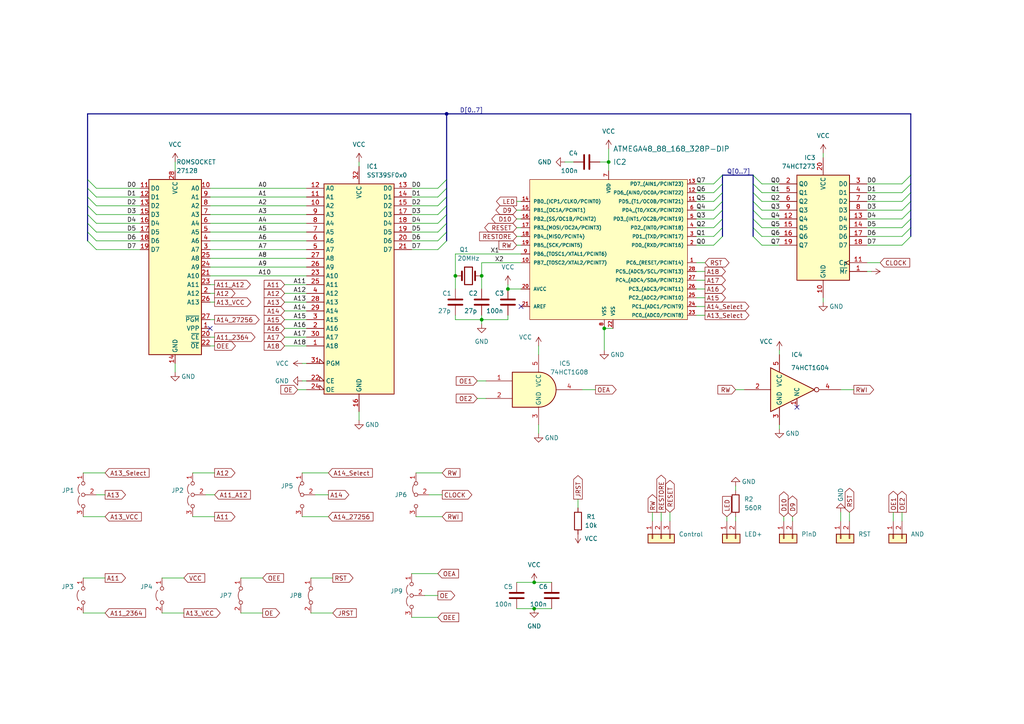
<source format=kicad_sch>
(kicad_sch (version 20230121) (generator eeschema)
  (paper "A4")
  (title_block (title "CBM Switchless Multirom THT Version") (date "20.08.2023") (rev "2") (company "xboxpro1"))
  (lib_symbols
    (symbol "74xGxx:74AHCT1G08"
      (property "Reference" "U" (at -2.54 3.81 0))
      (property "Value" "74AHCT1G08" (at 0 -3.81 0))
      (symbol "74AHCT1G08_0_1"
        (arc (start 0 -5.08) (mid 5.0579 0) (end 0 5.08) (stroke (width 0.254)) (fill (type background)))
        (polyline (pts (xy 0 -5.08) (xy -7.62 -5.08) (xy -7.62 5.08) (xy 0 5.08)) (stroke (width 0.254)) (fill (type background)))
      )
      (symbol "74AHCT1G08_1_1"
        (pin input line (at -15.24 2.54 0) (length 7.62) (name "~") (number "1"))
        (pin input line (at -15.24 -2.54 0) (length 7.62) (name "~") (number "2"))
        (pin power_in line (at 0 -10.16 90) (length 5.08) (name "GND") (number "3"))
        (pin output line (at 12.7 0 180) (length 7.62) (name "~") (number "4"))
        (pin power_in line (at 0 10.16 270) (length 5.08) (name "VCC") (number "5"))
      )
    )
    (symbol "74xGxx:74AUC1G04"
      (property "Reference" "IC4" (at 0 10.16 0))
      (property "Value" "74HCT1G04" (at 3.81 6.35 0))
      (symbol "74AUC1G04_0_1"
        (polyline (pts (xy -7.62 6.35) (xy -7.62 -6.35) (xy 5.08 0) (xy -7.62 6.35)) (stroke (width 0.254)) (fill (type background)))
      )
      (symbol "74AUC1G04_1_1"
        (pin free line (at 0 -5.08 90) (length 2.54) (name "NC") (number "1"))
        (pin input line (at -15.24 0 0) (length 7.62) (name "~") (number "2"))
        (pin power_in line (at -5.08 -10.16 90) (length 5.08) (name "GND") (number "3"))
        (pin output inverted (at 12.7 0 180) (length 7.62) (name "~") (number "4"))
        (pin power_in line (at -5.08 10.16 270) (length 5.08) (name "VCC") (number "5"))
      )
    )
    (symbol "74xx:74AHCT273"
      (property "Reference" "U" (at -7.62 16.51 0))
      (property "Value" "74AHCT273" (at -7.62 -16.51 0))
      (symbol "74AHCT273_1_0"
        (pin input line (at -12.7 -12.7 0) (length 5.08) (name "~{Mr}") (number "1"))
        (pin power_in line (at 0 -20.32 90) (length 5.08) (name "GND") (number "10"))
        (pin input clock (at -12.7 -10.16 0) (length 5.08) (name "Cp") (number "11"))
        (pin output line (at 12.7 2.54 180) (length 5.08) (name "Q4") (number "12"))
        (pin input line (at -12.7 2.54 0) (length 5.08) (name "D4") (number "13"))
        (pin input line (at -12.7 0 0) (length 5.08) (name "D5") (number "14"))
        (pin output line (at 12.7 0 180) (length 5.08) (name "Q5") (number "15"))
        (pin output line (at 12.7 -2.54 180) (length 5.08) (name "Q6") (number "16"))
        (pin input line (at -12.7 -2.54 0) (length 5.08) (name "D6") (number "17"))
        (pin input line (at -12.7 -5.08 0) (length 5.08) (name "D7") (number "18"))
        (pin output line (at 12.7 -5.08 180) (length 5.08) (name "Q7") (number "19"))
        (pin output line (at 12.7 12.7 180) (length 5.08) (name "Q0") (number "2"))
        (pin power_in line (at 0 20.32 270) (length 5.08) (name "VCC") (number "20"))
        (pin input line (at -12.7 12.7 0) (length 5.08) (name "D0") (number "3"))
        (pin input line (at -12.7 10.16 0) (length 5.08) (name "D1") (number "4"))
        (pin output line (at 12.7 10.16 180) (length 5.08) (name "Q1") (number "5"))
        (pin output line (at 12.7 7.62 180) (length 5.08) (name "Q2") (number "6"))
        (pin input line (at -12.7 7.62 0) (length 5.08) (name "D2") (number "7"))
        (pin input line (at -12.7 5.08 0) (length 5.08) (name "D3") (number "8"))
        (pin output line (at 12.7 5.08 180) (length 5.08) (name "Q3") (number "9"))
      )
      (symbol "74AHCT273_1_1"
        (rectangle (start -7.62 15.24) (end 7.62 -15.24) (stroke (width 0.254)) (fill (type background)))
      )
    )
    (symbol "Connector_Generic:Conn_01x02" (pin_names (offset 1.016) hide)
      (property "Reference" "J" (at 0 2.54 0))
      (property "Value" "Conn_01x02" (at 0 -5.08 0))
      (symbol "Conn_01x02_1_1"
        (rectangle (start -1.27 -2.413) (end 0 -2.667) (stroke (width 0.1524)))
        (rectangle (start -1.27 0.127) (end 0 -0.127) (stroke (width 0.1524)))
        (rectangle (start -1.27 1.27) (end 1.27 -3.81) (stroke (width 0.254)) (fill (type background)))
        (pin passive line (at -5.08 0 0) (length 3.81) (name "Pin_1") (number "1"))
        (pin passive line (at -5.08 -2.54 0) (length 3.81) (name "Pin_2") (number "2"))
      )
    )
    (symbol "Connector_Generic:Conn_01x03" (pin_names (offset 1.016) hide)
      (property "Reference" "J" (at 0 5.08 0))
      (property "Value" "Conn_01x03" (at 0 -5.08 0))
      (symbol "Conn_01x03_1_1"
        (rectangle (start -1.27 -2.413) (end 0 -2.667) (stroke (width 0.1524)))
        (rectangle (start -1.27 0.127) (end 0 -0.127) (stroke (width 0.1524)))
        (rectangle (start -1.27 2.667) (end 0 2.413) (stroke (width 0.1524)))
        (rectangle (start -1.27 3.81) (end 1.27 -3.81) (stroke (width 0.254)) (fill (type background)))
        (pin passive line (at -5.08 2.54 0) (length 3.81) (name "Pin_1") (number "1"))
        (pin passive line (at -5.08 0 0) (length 3.81) (name "Pin_2") (number "2"))
        (pin passive line (at -5.08 -2.54 0) (length 3.81) (name "Pin_3") (number "3"))
      )
    )
    (symbol "Device:Crystal" (pin_numbers hide) (pin_names (offset 1.016) hide)
      (property "Reference" "Y" (at 0 3.81 0))
      (property "Value" "Crystal" (at 0 -3.81 0))
      (symbol "Crystal_0_1"
        (rectangle (start -1.143 2.54) (end 1.143 -2.54) (stroke (width 0.3048)))
        (polyline (pts (xy -2.54 0) (xy -1.905 0)))
        (polyline (pts (xy -1.905 -1.27) (xy -1.905 1.27)) (stroke (width 0.508)))
        (polyline (pts (xy 1.905 -1.27) (xy 1.905 1.27)) (stroke (width 0.508)))
        (polyline (pts (xy 2.54 0) (xy 1.905 0)))
      )
      (symbol "Crystal_1_1"
        (pin passive line (at -3.81 0 0) (length 1.27) (name "1") (number "1"))
        (pin passive line (at 3.81 0 180) (length 1.27) (name "2") (number "2"))
      )
    )
    (symbol "Device:R" (pin_numbers hide) (pin_names (offset 0))
      (property "Reference" "R" (at 2.032 0 90))
      (property "Value" "R" (at 0 0 90))
      (symbol "R_0_1"
        (rectangle (start -1.016 -2.54) (end 1.016 2.54) (stroke (width 0.254)))
      )
      (symbol "R_1_1"
        (pin passive line (at 0 3.81 270) (length 1.27) (name "~") (number "1"))
        (pin passive line (at 0 -3.81 90) (length 1.27) (name "~") (number "2"))
      )
    )
    (symbol "Jumper:Jumper_2_Bridged" (pin_names (offset 0) hide)
      (property "Reference" "JP" (at 0 1.905 0))
      (property "Value" "Jumper_2_Bridged" (at 0 -2.54 0))
      (symbol "Jumper_2_Bridged_0_0"
        (circle (center -2.032 0) (radius 0.508))
        (circle (center 2.032 0) (radius 0.508))
      )
      (symbol "Jumper_2_Bridged_0_1"
        (arc (start 1.524 0.254) (mid 0 0.762) (end -1.524 0.254))
      )
      (symbol "Jumper_2_Bridged_1_1"
        (pin passive line (at -5.08 0 0) (length 2.54) (name "A") (number "1"))
        (pin passive line (at 5.08 0 180) (length 2.54) (name "B") (number "2"))
      )
    )
    (symbol "Jumper:Jumper_2_Open" (pin_names (offset 0) hide)
      (property "Reference" "JP" (at 0 2.794 0))
      (property "Value" "Jumper_2_Open" (at 0 -2.286 0))
      (symbol "Jumper_2_Open_0_0"
        (circle (center -2.032 0) (radius 0.508))
        (circle (center 2.032 0) (radius 0.508))
      )
      (symbol "Jumper_2_Open_0_1"
        (arc (start 1.524 1.27) (mid 0 1.778) (end -1.524 1.27))
      )
      (symbol "Jumper_2_Open_1_1"
        (pin passive line (at -5.08 0 0) (length 2.54) (name "A") (number "1"))
        (pin passive line (at 5.08 0 180) (length 2.54) (name "B") (number "2"))
      )
    )
    (symbol "Jumper:Jumper_3_Bridged12" (pin_names (offset 0) hide)
      (property "Reference" "JP" (at -2.54 -2.54 0))
      (property "Value" "Jumper_3_Bridged12" (at 0 2.794 0))
      (symbol "Jumper_3_Bridged12_0_0"
        (circle (center -3.302 0) (radius 0.508))
        (circle (center 0 0) (radius 0.508))
        (circle (center 3.302 0) (radius 0.508))
      )
      (symbol "Jumper_3_Bridged12_0_1"
        (arc (start -0.254 0.508) (mid -1.651 0.9912) (end -3.048 0.508))
        (polyline (pts (xy 0 -1.27) (xy 0 -0.508)))
      )
      (symbol "Jumper_3_Bridged12_1_1"
        (pin passive line (at -6.35 0 0) (length 2.54) (name "A") (number "1"))
        (pin passive line (at 0 -3.81 90) (length 2.54) (name "C") (number "2"))
        (pin passive line (at 6.35 0 180) (length 2.54) (name "B") (number "3"))
      )
    )
    (symbol "Jumper:Jumper_3_Open" (pin_names (offset 0) hide)
      (property "Reference" "JP" (at -2.54 -2.54 0))
      (property "Value" "Jumper_3_Open" (at 0 2.794 0))
      (symbol "Jumper_3_Open_0_0"
        (circle (center -3.302 0) (radius 0.508))
        (circle (center 0 0) (radius 0.508))
        (circle (center 3.302 0) (radius 0.508))
      )
      (symbol "Jumper_3_Open_0_1"
        (arc (start -0.254 1.016) (mid -1.651 1.4992) (end -3.048 1.016))
        (polyline (pts (xy 0 -0.508) (xy 0 -1.27)))
        (arc (start 3.048 1.016) (mid 1.651 1.4992) (end 0.254 1.016))
      )
      (symbol "Jumper_3_Open_1_1"
        (pin passive line (at -6.35 0 0) (length 2.54) (name "A") (number "1"))
        (pin passive line (at 0 -3.81 90) (length 2.54) (name "C") (number "2"))
        (pin passive line (at 6.35 0 180) (length 2.54) (name "B") (number "3"))
      )
    )
    (symbol "Memory_EPROM:27128"
      (property "Reference" "U" (at -7.62 26.67 0))
      (property "Value" "27128" (at 2.54 -26.67 0))
      (symbol "27128_1_1"
        (rectangle (start -7.62 25.4) (end 7.62 -25.4) (stroke (width 0.254)) (fill (type background)))
        (pin input line (at -10.16 -17.78 0) (length 2.54) (name "VPP") (number "1"))
        (pin input line (at -10.16 22.86 0) (length 2.54) (name "A0") (number "10"))
        (pin tri_state line (at 10.16 22.86 180) (length 2.54) (name "D0") (number "11"))
        (pin tri_state line (at 10.16 20.32 180) (length 2.54) (name "D1") (number "12"))
        (pin tri_state line (at 10.16 17.78 180) (length 2.54) (name "D2") (number "13"))
        (pin power_in line (at 0 -27.94 90) (length 2.54) (name "GND") (number "14"))
        (pin tri_state line (at 10.16 15.24 180) (length 2.54) (name "D3") (number "15"))
        (pin tri_state line (at 10.16 12.7 180) (length 2.54) (name "D4") (number "16"))
        (pin tri_state line (at 10.16 10.16 180) (length 2.54) (name "D5") (number "17"))
        (pin tri_state line (at 10.16 7.62 180) (length 2.54) (name "D6") (number "18"))
        (pin tri_state line (at 10.16 5.08 180) (length 2.54) (name "D7") (number "19"))
        (pin input line (at -10.16 -7.62 0) (length 2.54) (name "A12") (number "2"))
        (pin input line (at -10.16 -20.32 0) (length 2.54) (name "~{CE}") (number "20"))
        (pin input line (at -10.16 -2.54 0) (length 2.54) (name "A10") (number "21"))
        (pin input line (at -10.16 -22.86 0) (length 2.54) (name "~{OE}") (number "22"))
        (pin input line (at -10.16 -5.08 0) (length 2.54) (name "A11") (number "23"))
        (pin input line (at -10.16 0 0) (length 2.54) (name "A9") (number "24"))
        (pin input line (at -10.16 2.54 0) (length 2.54) (name "A8") (number "25"))
        (pin input line (at -10.16 -10.16 0) (length 2.54) (name "A13") (number "26"))
        (pin input line (at -10.16 -15.24 0) (length 2.54) (name "~{PGM}") (number "27"))
        (pin power_in line (at 0 27.94 270) (length 2.54) (name "VCC") (number "28"))
        (pin input line (at -10.16 5.08 0) (length 2.54) (name "A7") (number "3"))
        (pin input line (at -10.16 7.62 0) (length 2.54) (name "A6") (number "4"))
        (pin input line (at -10.16 10.16 0) (length 2.54) (name "A5") (number "5"))
        (pin input line (at -10.16 12.7 0) (length 2.54) (name "A4") (number "6"))
        (pin input line (at -10.16 15.24 0) (length 2.54) (name "A3") (number "7"))
        (pin input line (at -10.16 17.78 0) (length 2.54) (name "A2") (number "8"))
        (pin input line (at -10.16 20.32 0) (length 2.54) (name "A1") (number "9"))
      )
    )
    (symbol "Memory_Flash:SST39SF040"
      (property "Reference" "U" (at 2.54 33.02 0))
      (property "Value" "SST39SF040" (at 0 -30.48 0))
      (symbol "SST39SF040_0_0"
        (pin power_in line (at 0 -34.29 90) (length 5.08) (name "GND") (number "16"))
        (pin power_in line (at 0 36.83 270) (length 5.08) (name "VCC") (number "32"))
      )
      (symbol "SST39SF040_0_1"
        (rectangle (start -10.16 31.75) (end 10.16 -29.21) (stroke (width 0.254)) (fill (type background)))
      )
      (symbol "SST39SF040_1_1"
        (pin input line (at -15.24 -15.24 0) (length 5.08) (name "A18") (number "1"))
        (pin input line (at -15.24 25.4 0) (length 5.08) (name "A2") (number "10"))
        (pin input line (at -15.24 27.94 0) (length 5.08) (name "A1") (number "11"))
        (pin input line (at -15.24 30.48 0) (length 5.08) (name "A0") (number "12"))
        (pin tri_state line (at 15.24 30.48 180) (length 5.08) (name "D0") (number "13"))
        (pin tri_state line (at 15.24 27.94 180) (length 5.08) (name "D1") (number "14"))
        (pin tri_state line (at 15.24 25.4 180) (length 5.08) (name "D2") (number "15"))
        (pin tri_state line (at 15.24 22.86 180) (length 5.08) (name "D3") (number "17"))
        (pin tri_state line (at 15.24 20.32 180) (length 5.08) (name "D4") (number "18"))
        (pin tri_state line (at 15.24 17.78 180) (length 5.08) (name "D5") (number "19"))
        (pin input line (at -15.24 -10.16 0) (length 5.08) (name "A16") (number "2"))
        (pin tri_state line (at 15.24 15.24 180) (length 5.08) (name "D6") (number "20"))
        (pin tri_state line (at 15.24 12.7 180) (length 5.08) (name "D7") (number "21"))
        (pin input input_low (at -15.24 -25.4 0) (length 5.08) (name "CE") (number "22"))
        (pin input line (at -15.24 5.08 0) (length 5.08) (name "A10") (number "23"))
        (pin input input_low (at -15.24 -27.94 0) (length 5.08) (name "OE") (number "24"))
        (pin input line (at -15.24 2.54 0) (length 5.08) (name "A11") (number "25"))
        (pin input line (at -15.24 7.62 0) (length 5.08) (name "A9") (number "26"))
        (pin input line (at -15.24 10.16 0) (length 5.08) (name "A8") (number "27"))
        (pin input line (at -15.24 -2.54 0) (length 5.08) (name "A13") (number "28"))
        (pin input line (at -15.24 -5.08 0) (length 5.08) (name "A14") (number "29"))
        (pin input line (at -15.24 -7.62 0) (length 5.08) (name "A15") (number "3"))
        (pin input line (at -15.24 -12.7 0) (length 5.08) (name "A17") (number "30"))
        (pin input input_low (at -15.24 -20.32 0) (length 5.08) (name "PGM") (number "31"))
        (pin input line (at -15.24 0 0) (length 5.08) (name "A12") (number "4"))
        (pin input line (at -15.24 12.7 0) (length 5.08) (name "A7") (number "5"))
        (pin input line (at -15.24 15.24 0) (length 5.08) (name "A6") (number "6"))
        (pin input line (at -15.24 17.78 0) (length 5.08) (name "A5") (number "7"))
        (pin input line (at -15.24 20.32 0) (length 5.08) (name "A4") (number "8"))
        (pin input line (at -15.24 22.86 0) (length 5.08) (name "A3") (number "9"))
      )
    )
    (symbol "PCM_Capacitor_US_AKL:C_Disc_D3.8mm_W2.6mm_P2.50mm" (pin_numbers hide) (pin_names (offset 0.254))
      (property "Reference" "C" (at 0.635 2.54 0))
      (property "Value" "C_Disc_D3.8mm_W2.6mm_P2.50mm" (at 0.635 -2.54 0))
      (symbol "C_Disc_D3.8mm_W2.6mm_P2.50mm_0_1"
        (polyline (pts (xy -2.032 -0.762) (xy 2.032 -0.762)) (stroke (width 0.508)))
        (polyline (pts (xy -2.032 0.762) (xy 2.032 0.762)) (stroke (width 0.508)))
      )
      (symbol "C_Disc_D3.8mm_W2.6mm_P2.50mm_1_1"
        (pin passive line (at 0 3.81 270) (length 2.794) (name "~") (number "1"))
        (pin passive line (at 0 -3.81 90) (length 2.794) (name "~") (number "2"))
      )
    )
    (symbol "power:GND" (power) (pin_names (offset 0))
      (property "Value" "GND" (at 0 -3.81 0))
      (symbol "GND_0_1"
        (polyline (pts (xy 0 0) (xy 0 -1.27) (xy 1.27 -1.27) (xy 0 -2.54) (xy -1.27 -1.27) (xy 0 -1.27)))
      )
      (symbol "GND_1_1"
        (pin power_in line (at 0 0 270) (length 0) hide (name "GND") (number "1"))
      )
    )
    (symbol "power:VCC" (power) (pin_names (offset 0))
      (property "Value" "VCC" (at 0 3.81 0))
      (symbol "VCC_0_1"
        (polyline (pts (xy -0.762 1.27) (xy 0 2.54)))
        (polyline (pts (xy 0 0) (xy 0 2.54)))
        (polyline (pts (xy 0 2.54) (xy 0.762 1.27)))
      )
      (symbol "VCC_1_1"
        (pin power_in line (at 0 0 90) (length 0) hide (name "VCC") (number "1"))
      )
    )
    (symbol "w_microcontrollers:ATMEGA48_88_168_328P-DIP" (pin_names (offset 1.016))
      (property "Reference" "IC2" (at 1.27 25.4 0))
      (property "Value" "ATMEGA48_88_168_328P-DIP" (at 1.27 29.21 0))
      (symbol "ATMEGA48_88_168_328P-DIP_1_1"
        (rectangle (start -22.86 20.32) (end 22.86 -20.32) (fill (type background)))
        (pin passive line (at 25.4 -3.81 180) (length 2.54) (name "PC6_(RESET/PCINT14)") (number "1"))
        (pin passive line (at -25.4 -3.81 0) (length 2.54) (name "PB7_(TOSC2/XTAL2/PCINT7)") (number "10"))
        (pin passive line (at 25.4 13.97 180) (length 2.54) (name "PD5_(T1/OC0B/PCINT21)") (number "11"))
        (pin passive line (at 25.4 16.51 180) (length 2.54) (name "PD6_(AIN0/OC0A/PCINT22)") (number "12"))
        (pin passive line (at 25.4 19.05 180) (length 2.54) (name "PD7_(AIN1/PCINT23)") (number "13"))
        (pin passive line (at -25.4 13.97 0) (length 2.54) (name "PB0_(ICP1/CLKO/PCINT0)") (number "14"))
        (pin passive line (at -25.4 11.43 0) (length 2.54) (name "PB1_(OC1A/PCINT1)") (number "15"))
        (pin passive line (at -25.4 8.89 0) (length 2.54) (name "PB2_(SS/OC1B/PCINT2)") (number "16"))
        (pin passive line (at -25.4 6.35 0) (length 2.54) (name "PB3_(MOSI/OC2A/PCINT3)") (number "17"))
        (pin passive line (at -25.4 3.81 0) (length 2.54) (name "PB4_(MISO/PCINT4)") (number "18"))
        (pin passive line (at -25.4 1.27 0) (length 2.54) (name "PB5_(SCK/PCINT5)") (number "19"))
        (pin passive line (at 25.4 1.27 180) (length 2.54) (name "PD0_(RXD/PCINT16)") (number "2"))
        (pin passive line (at -25.4 -11.43 0) (length 2.54) (name "AVCC") (number "20"))
        (pin passive line (at -25.4 -16.51 0) (length 2.54) (name "AREF") (number "21"))
        (pin passive line (at 1.27 -22.86 90) (length 2.54) (name "VSS") (number "22"))
        (pin passive line (at 25.4 -19.05 180) (length 2.54) (name "PC0_(ADC0/PCINT8)") (number "23"))
        (pin passive line (at 25.4 -16.51 180) (length 2.54) (name "PC1_(ADC1/PCINT9)") (number "24"))
        (pin passive line (at 25.4 -13.97 180) (length 2.54) (name "PC2_(ADC2/PCINT10)") (number "25"))
        (pin passive line (at 25.4 -11.43 180) (length 2.54) (name "PC3_(ADC3/PCINT11)") (number "26"))
        (pin passive line (at 25.4 -8.89 180) (length 2.54) (name "PC4_(ADC4/SDA/PCINT12)") (number "27"))
        (pin passive line (at 25.4 -6.35 180) (length 2.54) (name "PC5_(ADC5/SCL/PCINT13)") (number "28"))
        (pin passive line (at 25.4 3.81 180) (length 2.54) (name "PD1_(TXD/PCINT17)") (number "3"))
        (pin passive line (at 25.4 6.35 180) (length 2.54) (name "PD2_(INT0/PCINT18)") (number "4"))
        (pin passive line (at 25.4 8.89 180) (length 2.54) (name "PD3_(INT1/OC2B/PCINT19)") (number "5"))
        (pin passive line (at 25.4 11.43 180) (length 2.54) (name "PD4_(T0/XCK/PCINT20)") (number "6"))
        (pin passive line (at 0 22.86 270) (length 2.54) (name "VDD") (number "7"))
        (pin passive line (at -1.27 -22.86 90) (length 2.54) (name "VSS") (number "8"))
        (pin passive line (at -25.4 -1.27 0) (length 2.54) (name "PB6_(TOSC1/XTAL1/PCINT6)") (number "9"))
      )
    )
  )
  (junction (at 154.94 176.53))
  (junction (at 132.08 80.01))
  (junction (at 175.26 95.25))
  (junction (at 147.32 83.82))
  (junction (at 139.7 92.71))
  (junction (at 129.54 33.02))
  (junction (at 139.7 80.01))
  (junction (at 154.94 168.91))
  (junction (at 176.53 46.99))
  (no_connect (at 231.14 118.11))
  (no_connect (at 60.96 95.25))
  (no_connect (at 151.13 88.9))
  (bus_entry (at 264.16 66.04) (size -2.54 2.54))
  (bus_entry (at 209.55 63.5) (size -2.54 2.54))
  (bus_entry (at 264.16 60.96) (size -2.54 2.54))
  (bus_entry (at 218.44 58.42) (size 2.54 2.54))
  (bus_entry (at 218.44 50.8) (size 2.54 2.54))
  (bus_entry (at 209.55 50.8) (size -2.54 2.54))
  (bus_entry (at 264.16 50.8) (size -2.54 2.54))
  (bus_entry (at 218.44 55.88) (size 2.54 2.54))
  (bus_entry (at 218.44 66.04) (size 2.54 2.54))
  (bus_entry (at 129.54 69.85) (size -2.54 2.54))
  (bus_entry (at 218.44 68.58) (size 2.54 2.54))
  (bus_entry (at 218.44 63.5) (size 2.54 2.54))
  (bus_entry (at 129.54 52.07) (size -2.54 2.54))
  (bus_entry (at 218.44 60.96) (size 2.54 2.54))
  (bus_entry (at 209.55 58.42) (size -2.54 2.54))
  (bus_entry (at 129.54 67.31) (size -2.54 2.54))
  (bus_entry (at 264.16 58.42) (size -2.54 2.54))
  (bus_entry (at 25.4 62.23) (size 2.54 2.54))
  (bus_entry (at 129.54 59.69) (size -2.54 2.54))
  (bus_entry (at 25.4 52.07) (size 2.54 2.54))
  (bus_entry (at 218.44 53.34) (size 2.54 2.54))
  (bus_entry (at 264.16 55.88) (size -2.54 2.54))
  (bus_entry (at 129.54 62.23) (size -2.54 2.54))
  (bus_entry (at 25.4 59.69) (size 2.54 2.54))
  (bus_entry (at 264.16 53.34) (size -2.54 2.54))
  (bus_entry (at 264.16 68.58) (size -2.54 2.54))
  (bus_entry (at 25.4 64.77) (size 2.54 2.54))
  (bus_entry (at 129.54 57.15) (size -2.54 2.54))
  (bus_entry (at 25.4 67.31) (size 2.54 2.54))
  (bus_entry (at 264.16 63.5) (size -2.54 2.54))
  (bus_entry (at 25.4 69.85) (size 2.54 2.54))
  (bus_entry (at 25.4 57.15) (size 2.54 2.54))
  (bus_entry (at 25.4 54.61) (size 2.54 2.54))
  (bus_entry (at 209.55 60.96) (size -2.54 2.54))
  (bus_entry (at 209.55 53.34) (size -2.54 2.54))
  (bus_entry (at 129.54 64.77) (size -2.54 2.54))
  (bus_entry (at 209.55 68.58) (size -2.54 2.54))
  (bus_entry (at 209.55 66.04) (size -2.54 2.54))
  (bus_entry (at 129.54 54.61) (size -2.54 2.54))
  (bus_entry (at 209.55 55.88) (size -2.54 2.54))
  (wire (pts (xy 229.87 149.86) (xy 229.87 151.13)))
  (bus (pts (xy 218.44 63.5) (xy 218.44 66.04)))
  (wire (pts (xy 154.94 168.91) (xy 160.02 168.91)))
  (bus (pts (xy 264.16 63.5) (xy 264.16 66.04)))
  (wire (pts (xy 251.46 78.74) (xy 252.73 78.74)))
  (wire (pts (xy 168.91 113.03) (xy 172.72 113.03)))
  (bus (pts (xy 218.44 55.88) (xy 218.44 58.42)))
  (wire (pts (xy 50.8 105.41) (xy 50.8 107.95)))
  (wire (pts (xy 69.85 167.64) (xy 76.2 167.64)))
  (wire (pts (xy 191.77 148.59) (xy 191.77 151.13)))
  (wire (pts (xy 220.98 66.04) (xy 226.06 66.04)))
  (bus (pts (xy 218.44 58.42) (xy 218.44 60.96)))
  (wire (pts (xy 154.94 176.53) (xy 160.02 176.53)))
  (bus (pts (xy 264.16 55.88) (xy 264.16 58.42)))
  (wire (pts (xy 82.55 100.33) (xy 88.9 100.33)))
  (bus (pts (xy 264.16 58.42) (xy 264.16 60.96)))
  (bus (pts (xy 264.16 53.34) (xy 264.16 55.88)))
  (wire (pts (xy 87.63 105.41) (xy 88.9 105.41)))
  (wire (pts (xy 226.06 123.19) (xy 226.06 124.46)))
  (wire (pts (xy 213.36 149.86) (xy 213.36 151.13)))
  (wire (pts (xy 226.06 101.6) (xy 226.06 102.87)))
  (wire (pts (xy 120.65 137.16) (xy 128.27 137.16)))
  (wire (pts (xy 120.65 149.86) (xy 128.27 149.86)))
  (wire (pts (xy 261.62 53.34) (xy 251.46 53.34)))
  (bus (pts (xy 264.16 33.02) (xy 264.16 50.8)))
  (wire (pts (xy 201.93 66.04) (xy 207.01 66.04)))
  (bus (pts (xy 129.54 33.02) (xy 264.16 33.02)))
  (wire (pts (xy 60.96 87.63) (xy 62.23 87.63)))
  (wire (pts (xy 163.83 46.99) (xy 166.37 46.99)))
  (wire (pts (xy 147.32 92.71) (xy 139.7 92.71)))
  (wire (pts (xy 90.17 167.64) (xy 96.52 167.64)))
  (wire (pts (xy 60.96 85.09) (xy 62.23 85.09)))
  (wire (pts (xy 201.93 71.12) (xy 207.01 71.12)))
  (bus (pts (xy 209.55 63.5) (xy 209.55 60.96)))
  (wire (pts (xy 201.93 55.88) (xy 207.01 55.88)))
  (wire (pts (xy 149.86 71.12) (xy 151.13 71.12)))
  (wire (pts (xy 167.64 144.78) (xy 167.64 147.32)))
  (wire (pts (xy 119.38 72.39) (xy 127 72.39)))
  (wire (pts (xy 87.63 149.86) (xy 95.25 149.86)))
  (wire (pts (xy 119.38 166.37) (xy 127 166.37)))
  (wire (pts (xy 60.96 100.33) (xy 62.23 100.33)))
  (wire (pts (xy 149.86 168.91) (xy 154.94 168.91)))
  (bus (pts (xy 129.54 62.23) (xy 129.54 64.77)))
  (wire (pts (xy 60.96 80.01) (xy 88.9 80.01)))
  (wire (pts (xy 46.99 167.64) (xy 53.34 167.64)))
  (wire (pts (xy 27.94 57.15) (xy 40.64 57.15)))
  (bus (pts (xy 25.4 57.15) (xy 25.4 59.69)))
  (wire (pts (xy 132.08 91.44) (xy 132.08 92.71)))
  (bus (pts (xy 209.55 68.58) (xy 209.55 66.04)))
  (wire (pts (xy 119.38 64.77) (xy 127 64.77)))
  (wire (pts (xy 251.46 76.2) (xy 255.27 76.2)))
  (bus (pts (xy 129.54 64.77) (xy 129.54 67.31)))
  (wire (pts (xy 139.7 80.01) (xy 139.7 83.82)))
  (wire (pts (xy 213.36 113.03) (xy 215.9 113.03)))
  (wire (pts (xy 201.93 68.58) (xy 207.01 68.58)))
  (wire (pts (xy 82.55 87.63) (xy 88.9 87.63)))
  (wire (pts (xy 59.69 143.51) (xy 62.23 143.51)))
  (bus (pts (xy 25.4 52.07) (xy 25.4 54.61)))
  (wire (pts (xy 60.96 72.39) (xy 88.9 72.39)))
  (wire (pts (xy 194.31 148.59) (xy 194.31 151.13)))
  (wire (pts (xy 149.86 60.96) (xy 151.13 60.96)))
  (wire (pts (xy 156.21 123.19) (xy 156.21 125.73)))
  (wire (pts (xy 132.08 73.66) (xy 132.08 80.01)))
  (bus (pts (xy 25.4 62.23) (xy 25.4 64.77)))
  (wire (pts (xy 104.14 119.38) (xy 104.14 121.92)))
  (bus (pts (xy 129.54 59.69) (xy 129.54 62.23)))
  (wire (pts (xy 176.53 43.18) (xy 176.53 46.99)))
  (wire (pts (xy 119.38 67.31) (xy 127 67.31)))
  (wire (pts (xy 139.7 92.71) (xy 139.7 93.98)))
  (wire (pts (xy 175.26 95.25) (xy 177.8 95.25)))
  (wire (pts (xy 82.55 97.79) (xy 88.9 97.79)))
  (wire (pts (xy 82.55 82.55) (xy 88.9 82.55)))
  (wire (pts (xy 24.13 149.86) (xy 30.48 149.86)))
  (wire (pts (xy 201.93 58.42) (xy 207.01 58.42)))
  (wire (pts (xy 149.86 176.53) (xy 154.94 176.53)))
  (wire (pts (xy 189.23 148.59) (xy 189.23 151.13)))
  (wire (pts (xy 82.55 95.25) (xy 88.9 95.25)))
  (wire (pts (xy 238.76 86.36) (xy 238.76 87.63)))
  (wire (pts (xy 173.99 46.99) (xy 176.53 46.99)))
  (wire (pts (xy 139.7 76.2) (xy 151.13 76.2)))
  (wire (pts (xy 82.55 85.09) (xy 88.9 85.09)))
  (wire (pts (xy 251.46 63.5) (xy 261.62 63.5)))
  (wire (pts (xy 175.26 95.25) (xy 175.26 101.6)))
  (wire (pts (xy 60.96 69.85) (xy 88.9 69.85)))
  (wire (pts (xy 201.93 63.5) (xy 207.01 63.5)))
  (wire (pts (xy 201.93 91.44) (xy 204.47 91.44)))
  (wire (pts (xy 246.38 148.59) (xy 246.38 151.13)))
  (wire (pts (xy 119.38 179.07) (xy 127 179.07)))
  (wire (pts (xy 60.96 92.71) (xy 62.23 92.71)))
  (wire (pts (xy 119.38 69.85) (xy 127 69.85)))
  (wire (pts (xy 119.38 62.23) (xy 127 62.23)))
  (wire (pts (xy 251.46 58.42) (xy 261.62 58.42)))
  (wire (pts (xy 176.53 46.99) (xy 176.53 49.53)))
  (wire (pts (xy 60.96 57.15) (xy 88.9 57.15)))
  (wire (pts (xy 82.55 92.71) (xy 88.9 92.71)))
  (bus (pts (xy 209.55 58.42) (xy 209.55 55.88)))
  (wire (pts (xy 201.93 53.34) (xy 207.01 53.34)))
  (wire (pts (xy 151.13 73.66) (xy 132.08 73.66)))
  (wire (pts (xy 261.62 148.59) (xy 261.62 151.13)))
  (bus (pts (xy 209.55 66.04) (xy 209.55 63.5)))
  (bus (pts (xy 209.55 53.34) (xy 209.55 50.8)))
  (bus (pts (xy 209.55 60.96) (xy 209.55 58.42)))
  (wire (pts (xy 60.96 62.23) (xy 88.9 62.23)))
  (wire (pts (xy 55.88 149.86) (xy 62.23 149.86)))
  (bus (pts (xy 218.44 53.34) (xy 218.44 55.88)))
  (wire (pts (xy 238.76 44.45) (xy 238.76 45.72)))
  (bus (pts (xy 25.4 59.69) (xy 25.4 62.23)))
  (wire (pts (xy 132.08 92.71) (xy 139.7 92.71)))
  (wire (pts (xy 220.98 68.58) (xy 226.06 68.58)))
  (wire (pts (xy 24.13 177.8) (xy 30.48 177.8)))
  (wire (pts (xy 27.94 64.77) (xy 40.64 64.77)))
  (wire (pts (xy 132.08 80.01) (xy 132.08 83.82)))
  (wire (pts (xy 201.93 88.9) (xy 204.47 88.9)))
  (bus (pts (xy 129.54 52.07) (xy 129.54 54.61)))
  (wire (pts (xy 27.94 54.61) (xy 40.64 54.61)))
  (bus (pts (xy 129.54 54.61) (xy 129.54 57.15)))
  (wire (pts (xy 220.98 60.96) (xy 226.06 60.96)))
  (wire (pts (xy 147.32 83.82) (xy 151.13 83.82)))
  (wire (pts (xy 201.93 83.82) (xy 204.47 83.82)))
  (wire (pts (xy 123.19 172.72) (xy 127 172.72)))
  (wire (pts (xy 87.63 137.16) (xy 95.25 137.16)))
  (wire (pts (xy 213.36 140.97) (xy 213.36 142.24)))
  (wire (pts (xy 220.98 53.34) (xy 226.06 53.34)))
  (wire (pts (xy 119.38 54.61) (xy 127 54.61)))
  (wire (pts (xy 60.96 59.69) (xy 88.9 59.69)))
  (wire (pts (xy 27.94 69.85) (xy 40.64 69.85)))
  (wire (pts (xy 139.7 91.44) (xy 139.7 92.71)))
  (wire (pts (xy 147.32 82.55) (xy 147.32 83.82)))
  (wire (pts (xy 69.85 177.8) (xy 76.2 177.8)))
  (wire (pts (xy 27.94 72.39) (xy 40.64 72.39)))
  (bus (pts (xy 25.4 54.61) (xy 25.4 57.15)))
  (bus (pts (xy 218.44 50.8) (xy 218.44 53.34)))
  (bus (pts (xy 218.44 60.96) (xy 218.44 63.5)))
  (wire (pts (xy 27.94 67.31) (xy 40.64 67.31)))
  (wire (pts (xy 251.46 66.04) (xy 261.62 66.04)))
  (wire (pts (xy 55.88 137.16) (xy 62.23 137.16)))
  (wire (pts (xy 60.96 74.93) (xy 88.9 74.93)))
  (bus (pts (xy 264.16 66.04) (xy 264.16 68.58)))
  (wire (pts (xy 27.94 59.69) (xy 40.64 59.69)))
  (wire (pts (xy 243.84 113.03) (xy 247.65 113.03)))
  (wire (pts (xy 60.96 82.55) (xy 62.23 82.55)))
  (wire (pts (xy 90.17 177.8) (xy 96.52 177.8)))
  (wire (pts (xy 251.46 68.58) (xy 261.62 68.58)))
  (wire (pts (xy 201.93 86.36) (xy 204.47 86.36)))
  (wire (pts (xy 251.46 55.88) (xy 261.62 55.88)))
  (bus (pts (xy 129.54 33.02) (xy 129.54 52.07)))
  (wire (pts (xy 139.7 80.01) (xy 139.7 76.2)))
  (wire (pts (xy 149.86 68.58) (xy 151.13 68.58)))
  (bus (pts (xy 129.54 57.15) (xy 129.54 59.69)))
  (wire (pts (xy 119.38 57.15) (xy 127 57.15)))
  (wire (pts (xy 104.14 46.99) (xy 104.14 48.26)))
  (wire (pts (xy 251.46 60.96) (xy 261.62 60.96)))
  (wire (pts (xy 86.36 113.03) (xy 88.9 113.03)))
  (wire (pts (xy 60.96 64.77) (xy 88.9 64.77)))
  (wire (pts (xy 220.98 63.5) (xy 226.06 63.5)))
  (wire (pts (xy 24.13 137.16) (xy 30.48 137.16)))
  (wire (pts (xy 50.8 46.99) (xy 50.8 49.53)))
  (wire (pts (xy 60.96 97.79) (xy 62.23 97.79)))
  (bus (pts (xy 25.4 67.31) (xy 25.4 69.85)))
  (wire (pts (xy 259.08 148.59) (xy 259.08 151.13)))
  (wire (pts (xy 82.55 90.17) (xy 88.9 90.17)))
  (wire (pts (xy 27.94 62.23) (xy 40.64 62.23)))
  (bus (pts (xy 25.4 33.02) (xy 129.54 33.02)))
  (bus (pts (xy 25.4 33.02) (xy 25.4 52.07)))
  (wire (pts (xy 27.94 143.51) (xy 30.48 143.51)))
  (wire (pts (xy 210.82 149.86) (xy 210.82 151.13)))
  (bus (pts (xy 209.55 55.88) (xy 209.55 53.34)))
  (bus (pts (xy 264.16 60.96) (xy 264.16 63.5)))
  (wire (pts (xy 201.93 78.74) (xy 204.47 78.74)))
  (wire (pts (xy 91.44 143.51) (xy 95.25 143.51)))
  (wire (pts (xy 251.46 71.12) (xy 261.62 71.12)))
  (wire (pts (xy 149.86 63.5) (xy 151.13 63.5)))
  (wire (pts (xy 243.84 148.59) (xy 243.84 151.13)))
  (wire (pts (xy 119.38 59.69) (xy 127 59.69)))
  (wire (pts (xy 87.63 110.49) (xy 88.9 110.49)))
  (wire (pts (xy 138.43 110.49) (xy 140.97 110.49)))
  (wire (pts (xy 60.96 67.31) (xy 88.9 67.31)))
  (wire (pts (xy 201.93 60.96) (xy 207.01 60.96)))
  (wire (pts (xy 220.98 58.42) (xy 226.06 58.42)))
  (wire (pts (xy 138.43 115.57) (xy 140.97 115.57)))
  (bus (pts (xy 25.4 64.77) (xy 25.4 67.31)))
  (wire (pts (xy 201.93 81.28) (xy 204.47 81.28)))
  (wire (pts (xy 46.99 177.8) (xy 53.34 177.8)))
  (wire (pts (xy 201.93 76.2) (xy 204.47 76.2)))
  (wire (pts (xy 60.96 77.47) (xy 88.9 77.47)))
  (wire (pts (xy 147.32 91.44) (xy 147.32 92.71)))
  (wire (pts (xy 156.21 100.33) (xy 156.21 102.87)))
  (bus (pts (xy 264.16 50.8) (xy 264.16 53.34)))
  (wire (pts (xy 220.98 55.88) (xy 226.06 55.88)))
  (wire (pts (xy 149.86 58.42) (xy 151.13 58.42)))
  (wire (pts (xy 124.46 143.51) (xy 128.27 143.51)))
  (wire (pts (xy 220.98 71.12) (xy 226.06 71.12)))
  (wire (pts (xy 24.13 167.64) (xy 30.48 167.64)))
  (bus (pts (xy 129.54 67.31) (xy 129.54 69.85)))
  (wire (pts (xy 227.33 149.86) (xy 227.33 151.13)))
  (bus (pts (xy 218.44 66.04) (xy 218.44 68.58)))
  (bus (pts (xy 209.55 50.8) (xy 218.44 50.8)))
  (wire (pts (xy 60.96 54.61) (xy 88.9 54.61)))
  (wire (pts (xy 149.86 66.04) (xy 151.13 66.04)))
  (label "A13" (at 85.09 87.63 0))
  (label "Q6" (at 223.52 68.58 0))
  (label "D0" (at 119.38 54.61 0))
  (label "A2" (at 74.93 59.69 0))
  (label "D7" (at 119.38 72.39 0))
  (label "D7" (at 251.46 71.12 0))
  (label "D0" (at 36.83 54.61 0))
  (label "A6" (at 74.93 69.85 0))
  (label "D7" (at 36.83 72.39 0))
  (label "Q7" (at 223.52 71.12 0))
  (label "Q4" (at 223.52 63.5 0))
  (label "A8" (at 74.93 74.93 0))
  (label "D1" (at 251.46 55.88 0))
  (label "D6" (at 251.46 68.58 0))
  (label "X2" (at 143.51 76.2 0))
  (label "Q[0..7]" (at 210.82 50.8 0))
  (label "D0" (at 251.46 53.34 0))
  (label "D2" (at 119.38 59.69 0))
  (label "D2" (at 251.46 58.42 0))
  (label "Q6" (at 201.93 55.88 0))
  (label "Q7" (at 201.93 53.34 0))
  (label "Q1" (at 223.52 55.88 0))
  (label "A9" (at 74.93 77.47 0))
  (label "A17" (at 85.09 97.79 0))
  (label "Q1" (at 201.93 68.58 0))
  (label "A4" (at 74.93 64.77 0))
  (label "Q0" (at 223.52 53.34 0))
  (label "A11" (at 85.09 82.55 0))
  (label "X1" (at 142.24 73.66 0))
  (label "D5" (at 36.83 67.31 0))
  (label "A16" (at 85.09 95.25 0))
  (label "Q2" (at 201.93 66.04 0))
  (label "D2" (at 36.83 59.69 0))
  (label "A18" (at 85.09 100.33 0))
  (label "D[0..7]" (at 133.35 33.02 0))
  (label "D6" (at 119.38 69.85 0))
  (label "Q3" (at 223.52 60.96 0))
  (label "A5" (at 74.93 67.31 0))
  (label "D1" (at 119.38 57.15 0))
  (label "D5" (at 119.38 67.31 0))
  (label "D4" (at 119.38 64.77 0))
  (label "Q4" (at 201.93 60.96 0))
  (label "A7" (at 74.93 72.39 0))
  (label "A14" (at 85.09 90.17 0))
  (label "A10" (at 74.93 80.01 0))
  (label "Q3" (at 201.93 63.5 0))
  (label "Q5" (at 223.52 66.04 0))
  (label "A0" (at 74.93 54.61 0))
  (label "Q0" (at 201.93 71.12 0))
  (label "D5" (at 251.46 66.04 0))
  (label "A12" (at 85.09 85.09 0))
  (label "D1" (at 36.83 57.15 0))
  (label "D3" (at 119.38 62.23 0))
  (label "A3" (at 74.93 62.23 0))
  (label "D3" (at 36.83 62.23 0))
  (label "A1" (at 74.93 57.15 0))
  (label "D6" (at 36.83 69.85 0))
  (label "D3" (at 251.46 60.96 0))
  (label "A15" (at 85.09 92.71 0))
  (label "D4" (at 251.46 63.5 0))
  (label "Q2" (at 223.52 58.42 0))
  (label "D4" (at 36.83 64.77 0))
  (label "Q5" (at 201.93 58.42 0))
  (global_label "D9" (shape bidirectional) (at 229.87 149.86 90) (property "Intersheetrefs" "${INTERSHEET_REFS}" (effects hide)))
  (global_label "RWI" (shape input) (at 128.27 149.86 0) (property "Intersheetrefs" "${INTERSHEET_REFS}" (effects hide)))
  (global_label "A14_Select" (shape output) (at 204.47 88.9 0) (property "Intersheetrefs" "${INTERSHEET_REFS}" (effects hide)))
  (global_label "RST" (shape bidirectional) (at 204.47 76.2 0) (property "Intersheetrefs" "${INTERSHEET_REFS}" (effects hide)))
  (global_label "RW" (shape input) (at 213.36 113.03 180) (property "Intersheetrefs" "${INTERSHEET_REFS}" (effects hide)))
  (global_label "A16" (shape input) (at 82.55 95.25 180) (property "Intersheetrefs" "${INTERSHEET_REFS}" (effects hide)))
  (global_label "A11_2364" (shape input) (at 30.48 177.8 0) (property "Intersheetrefs" "${INTERSHEET_REFS}" (effects hide)))
  (global_label "A18" (shape output) (at 204.47 78.74 0) (property "Intersheetrefs" "${INTERSHEET_REFS}" (effects hide)))
  (global_label "A12" (shape output) (at 62.23 137.16 0) (property "Intersheetrefs" "${INTERSHEET_REFS}" (effects hide)))
  (global_label "OE1" (shape output) (at 259.08 148.59 90) (property "Intersheetrefs" "${INTERSHEET_REFS}" (effects hide)))
  (global_label "OEE" (shape input) (at 76.2 167.64 0) (property "Intersheetrefs" "${INTERSHEET_REFS}" (effects hide)))
  (global_label "A15" (shape output) (at 204.47 86.36 0) (property "Intersheetrefs" "${INTERSHEET_REFS}" (effects hide)))
  (global_label "A14" (shape input) (at 82.55 90.17 180) (property "Intersheetrefs" "${INTERSHEET_REFS}" (effects hide)))
  (global_label "A12" (shape output) (at 62.23 85.09 0) (property "Intersheetrefs" "${INTERSHEET_REFS}" (effects hide)))
  (global_label "CLOCK" (shape input) (at 255.27 76.2 0) (property "Intersheetrefs" "${INTERSHEET_REFS}" (effects hide)))
  (global_label "OE" (shape output) (at 127 172.72 0) (property "Intersheetrefs" "${INTERSHEET_REFS}" (effects hide)))
  (global_label "A13" (shape output) (at 30.48 143.51 0) (property "Intersheetrefs" "${INTERSHEET_REFS}" (effects hide)))
  (global_label "OE" (shape output) (at 76.2 177.8 0) (property "Intersheetrefs" "${INTERSHEET_REFS}" (effects hide)))
  (global_label "A11" (shape output) (at 62.23 149.86 0) (property "Intersheetrefs" "${INTERSHEET_REFS}" (effects hide)))
  (global_label "A14" (shape output) (at 95.25 143.51 0) (property "Intersheetrefs" "${INTERSHEET_REFS}" (effects hide)))
  (global_label "A13_Select" (shape input) (at 30.48 137.16 0) (property "Intersheetrefs" "${INTERSHEET_REFS}" (effects hide)))
  (global_label "RESTORE" (shape input) (at 149.86 68.58 180) (property "Intersheetrefs" "${INTERSHEET_REFS}" (effects hide)))
  (global_label "A18" (shape input) (at 82.55 100.33 180) (property "Intersheetrefs" "${INTERSHEET_REFS}" (effects hide)))
  (global_label "RST" (shape output) (at 96.52 167.64 0) (property "Intersheetrefs" "${INTERSHEET_REFS}" (effects hide)))
  (global_label "A15" (shape input) (at 82.55 92.71 180) (property "Intersheetrefs" "${INTERSHEET_REFS}" (effects hide)))
  (global_label "OE1" (shape input) (at 138.43 110.49 180) (property "Intersheetrefs" "${INTERSHEET_REFS}" (effects hide)))
  (global_label "A13_VCC" (shape output) (at 53.34 177.8 0) (property "Intersheetrefs" "${INTERSHEET_REFS}" (effects hide)))
  (global_label "RESET" (shape bidirectional) (at 149.86 66.04 180) (property "Intersheetrefs" "${INTERSHEET_REFS}" (effects hide)))
  (global_label "OEE" (shape input) (at 127 179.07 0) (property "Intersheetrefs" "${INTERSHEET_REFS}" (effects hide)))
  (global_label "A16" (shape output) (at 204.47 83.82 0) (property "Intersheetrefs" "${INTERSHEET_REFS}" (effects hide)))
  (global_label "RW" (shape input) (at 128.27 137.16 0) (property "Intersheetrefs" "${INTERSHEET_REFS}" (effects hide)))
  (global_label "A12" (shape input) (at 82.55 85.09 180) (property "Intersheetrefs" "${INTERSHEET_REFS}" (effects hide)))
  (global_label "A13_VCC" (shape output) (at 62.23 87.63 0) (property "Intersheetrefs" "${INTERSHEET_REFS}" (effects hide)))
  (global_label "OE" (shape input) (at 86.36 113.03 180) (property "Intersheetrefs" "${INTERSHEET_REFS}" (effects hide)))
  (global_label "RWI" (shape output) (at 247.65 113.03 0) (property "Intersheetrefs" "${INTERSHEET_REFS}" (effects hide)))
  (global_label "A14_Select" (shape input) (at 95.25 137.16 0) (property "Intersheetrefs" "${INTERSHEET_REFS}" (effects hide)))
  (global_label "RESET" (shape bidirectional) (at 194.31 148.59 90) (property "Intersheetrefs" "${INTERSHEET_REFS}" (effects hide)))
  (global_label "A13_Select" (shape output) (at 204.47 91.44 0) (property "Intersheetrefs" "${INTERSHEET_REFS}" (effects hide)))
  (global_label "CLOCK" (shape output) (at 128.27 143.51 0) (property "Intersheetrefs" "${INTERSHEET_REFS}" (effects hide)))
  (global_label "LED" (shape input) (at 210.82 149.86 90) (property "Intersheetrefs" "${INTERSHEET_REFS}" (effects hide)))
  (global_label "A11_2364" (shape output) (at 62.23 97.79 0) (property "Intersheetrefs" "${INTERSHEET_REFS}" (effects hide)))
  (global_label "OEA" (shape output) (at 172.72 113.03 0) (property "Intersheetrefs" "${INTERSHEET_REFS}" (effects hide)))
  (global_label "OE2" (shape input) (at 138.43 115.57 180) (property "Intersheetrefs" "${INTERSHEET_REFS}" (effects hide)))
  (global_label "OE2" (shape output) (at 261.62 148.59 90) (property "Intersheetrefs" "${INTERSHEET_REFS}" (effects hide)))
  (global_label "OEA" (shape input) (at 127 166.37 0) (property "Intersheetrefs" "${INTERSHEET_REFS}" (effects hide)))
  (global_label "A13" (shape input) (at 82.55 87.63 180) (property "Intersheetrefs" "${INTERSHEET_REFS}" (effects hide)))
  (global_label "LED" (shape output) (at 149.86 58.42 180) (property "Intersheetrefs" "${INTERSHEET_REFS}" (effects hide)))
  (global_label "A17" (shape output) (at 204.47 81.28 0) (property "Intersheetrefs" "${INTERSHEET_REFS}" (effects hide)))
  (global_label "RW" (shape input) (at 149.86 71.12 180) (property "Intersheetrefs" "${INTERSHEET_REFS}" (effects hide)))
  (global_label "A17" (shape input) (at 82.55 97.79 180) (property "Intersheetrefs" "${INTERSHEET_REFS}" (effects hide)))
  (global_label "A11" (shape input) (at 82.55 82.55 180) (property "Intersheetrefs" "${INTERSHEET_REFS}" (effects hide)))
  (global_label "OEE" (shape output) (at 62.23 100.33 0) (property "Intersheetrefs" "${INTERSHEET_REFS}" (effects hide)))
  (global_label "A11" (shape output) (at 30.48 167.64 0) (property "Intersheetrefs" "${INTERSHEET_REFS}" (effects hide)))
  (global_label "RST" (shape bidirectional) (at 246.38 148.59 90) (property "Intersheetrefs" "${INTERSHEET_REFS}" (effects hide)))
  (global_label "D9" (shape bidirectional) (at 149.86 60.96 180) (property "Intersheetrefs" "${INTERSHEET_REFS}" (effects hide)))
  (global_label "A14_27256" (shape output) (at 62.23 92.71 0) (property "Intersheetrefs" "${INTERSHEET_REFS}" (effects hide)))
  (global_label "RESTORE" (shape output) (at 191.77 148.59 90) (property "Intersheetrefs" "${INTERSHEET_REFS}" (effects hide)))
  (global_label "JRST" (shape input) (at 96.52 177.8 0) (property "Intersheetrefs" "${INTERSHEET_REFS}" (effects hide)))
  (global_label "VCC" (shape input) (at 53.34 167.64 0) (property "Intersheetrefs" "${INTERSHEET_REFS}" (effects hide)))
  (global_label "D10" (shape bidirectional) (at 149.86 63.5 180) (property "Intersheetrefs" "${INTERSHEET_REFS}" (effects hide)))
  (global_label "A11_A12" (shape input) (at 62.23 143.51 0) (property "Intersheetrefs" "${INTERSHEET_REFS}" (effects hide)))
  (global_label "A13_VCC" (shape input) (at 30.48 149.86 0) (property "Intersheetrefs" "${INTERSHEET_REFS}" (effects hide)))
  (global_label "A14_27256" (shape input) (at 95.25 149.86 0) (property "Intersheetrefs" "${INTERSHEET_REFS}" (effects hide)))
  (global_label "JRST" (shape output) (at 167.64 144.78 90) (property "Intersheetrefs" "${INTERSHEET_REFS}" (effects hide)))
  (global_label "A11_A12" (shape output) (at 62.23 82.55 0) (property "Intersheetrefs" "${INTERSHEET_REFS}" (effects hide)))
  (global_label "D10" (shape bidirectional) (at 227.33 149.86 90) (property "Intersheetrefs" "${INTERSHEET_REFS}" (effects hide)))
  (global_label "RW" (shape output) (at 189.23 148.59 90) (property "Intersheetrefs" "${INTERSHEET_REFS}" (effects hide)))
  (symbol (lib_id "Jumper:Jumper_2_Open") (at 46.99 172.72 90) (mirror x) (unit 1)
    (property "Reference" "JP4" (at 40.64 170.18 90) (effects (justify right)))
    (property "Value" "Jumper_2_Open" (effects hide))
    (property "Footprint" "Connector_PinHeader_2.54mm:PinHeader_1x02_P2.54mm_Vertical" (effects hide))
  )
  (symbol (lib_id "power:GND") (at 175.26 101.6 0) (unit 1)
    (property "Reference" "#PWR01" (effects hide))
    (property "Value" "GND" (at 179.07 102.87 0))
  )
  (symbol (lib_id "Jumper:Jumper_2_Bridged") (at 90.17 172.72 90) (mirror x) (unit 1)
    (property "Reference" "JP8" (at 87.63 172.72 90) (effects (justify left)))
    (property "Value" "Jumper_2_Bridged" (effects hide))
  )
  (symbol (lib_id "Jumper:Jumper_3_Bridged12") (at 87.63 143.51 90) (mirror x) (unit 1)
    (property "Reference" "JP5" (at 85.09 140.97 90) (effects (justify left)))
    (property "Value" "Jumper_3_Bridged12" (effects hide))
    (property "Footprint" "Jumper:SolderJumper-3_P1.3mm_Bridged12_RoundedPad1.0x1.5mm_NumberLabels" (effects hide))
  )
  (symbol (lib_id "power:VCC") (at 238.76 44.45 0) (unit 1)
    (property "Reference" "#PWR010" (effects hide))
    (property "Value" "VCC" (at 238.76 39.37 0))
  )
  (symbol (lib_id "power:VCC") (at 156.21 100.33 0) (unit 1)
    (property "Reference" "#PWR023" (effects hide))
    (property "Value" "VCC" (at 152.4 97.79 0))
  )
  (symbol (lib_id "power:VCC") (at 87.63 105.41 90) (unit 1)
    (property "Reference" "#PWR017" (effects hide))
    (property "Value" "VCC" (at 83.82 105.41 90) (effects (justify left)))
  )
  (symbol (lib_id "power:VCC") (at 154.94 168.91 0) (unit 1)
    (property "Reference" "#PWR020" (effects hide))
    (property "Value" "VCC" (at 154.94 163.83 0))
  )
  (symbol (lib_id "power:GND") (at 139.7 93.98 0) (unit 1)
    (property "Reference" "#PWR02" (effects hide))
    (property "Value" "GND" (at 139.7 99.06 0))
  )
  (symbol (lib_id "74xGxx:74AHCT1G08") (at 156.21 113.03 0) (unit 1)
    (property "Reference" "IC5" (at 163.83 105.41 0))
    (property "Value" "74HCT1G08" (at 165.1 107.95 0))
    (property "Datasheet" "http://www.ti.com/lit/sg/scyt129e/scyt129e.pdf" (effects hide))
  )
  (symbol (lib_id "PCM_Capacitor_US_AKL:C_Disc_D3.8mm_W2.6mm_P2.50mm") (at 139.7 87.63 0) (unit 1)
    (property "Reference" "C2" (at 135.89 85.09 0) (effects (justify left)))
    (property "Value" "27p" (at 134.62 90.17 0) (effects (justify left)))
    (property "Footprint" "PCM_Capacitor_THT_AKL:C_Disc_D3.8mm_W2.6mm_P2.50mm" (effects hide))
  )
  (symbol (lib_id "power:GND") (at 238.76 87.63 0) (unit 1)
    (property "Reference" "#PWR05" (effects hide))
    (property "Value" "GND" (at 242.57 88.9 0))
  )
  (symbol (lib_id "power:GND") (at 226.06 124.46 0) (unit 1)
    (property "Reference" "#PWR013" (effects hide))
    (property "Value" "GND" (at 229.87 125.73 0))
  )
  (symbol (lib_id "Connector_Generic:Conn_01x02") (at 210.82 156.21 90) (mirror x) (unit 1)
    (property "Reference" "LED+" (at 215.9 154.94 90) (effects (justify right)))
    (property "Value" "Conn_01x02" (effects hide))
    (property "Footprint" "Connector_PinHeader_2.54mm:PinHeader_1x02_P2.54mm_Vertical" (effects hide))
  )
  (symbol (lib_id "PCM_Capacitor_US_AKL:C_Disc_D3.8mm_W2.6mm_P2.50mm") (at 147.32 87.63 0) (unit 1)
    (property "Reference" "C3" (at 143.51 85.09 0) (effects (justify left)))
    (property "Value" "100n" (at 140.97 90.17 0) (effects (justify left)))
    (property "Footprint" "PCM_Capacitor_THT_AKL:C_Disc_D3.8mm_W2.6mm_P2.50mm" (effects hide))
  )
  (symbol (lib_id "PCM_Capacitor_US_AKL:C_Disc_D3.8mm_W2.6mm_P2.50mm") (at 160.02 172.72 0) (unit 1)
    (property "Reference" "C6" (at 156.21 170.18 0) (effects (justify left)))
    (property "Value" "100n" (at 153.67 175.26 0) (effects (justify left)))
    (property "Footprint" "PCM_Capacitor_THT_AKL:C_Disc_D3.8mm_W2.6mm_P2.50mm" (effects hide))
  )
  (symbol (lib_id "Connector_Generic:Conn_01x02") (at 243.84 156.21 90) (mirror x) (unit 1)
    (property "Reference" "RST" (at 248.92 154.94 90) (effects (justify right)))
    (property "Value" "Conn_01x02" (effects hide))
    (property "Footprint" "Connector_PinHeader_2.54mm:PinHeader_1x02_P2.54mm_Vertical" (effects hide))
  )
  (symbol (lib_id "Jumper:Jumper_3_Open") (at 24.13 143.51 90) (mirror x) (unit 1)
    (property "Reference" "JP1" (at 21.59 142.24 90) (effects (justify left)))
    (property "Value" "Jumper_3_Open" (effects hide))
    (property "Footprint" "Connector_PinHeader_2.54mm:PinHeader_1x03_P2.54mm_Vertical" (effects hide))
  )
  (symbol (lib_id "power:VCC") (at 252.73 78.74 270) (unit 1)
    (property "Reference" "#PWR011" (effects hide))
    (property "Value" "VCC" (effects hide))
  )
  (symbol (lib_id "power:GND") (at 163.83 46.99 270) (unit 1)
    (property "Reference" "#PWR018" (effects hide))
    (property "Value" "GND" (at 160.02 46.99 90) (effects (justify right)))
  )
  (symbol (lib_id "PCM_Capacitor_US_AKL:C_Disc_D3.8mm_W2.6mm_P2.50mm") (at 170.18 46.99 90) (unit 1)
    (property "Reference" "C4" (at 167.64 44.45 90) (effects (justify left)))
    (property "Value" "100n" (at 167.64 49.53 90) (effects (justify left)))
    (property "Footprint" "PCM_Capacitor_THT_AKL:C_Disc_D3.8mm_W2.6mm_P2.50mm" (effects hide))
  )
  (symbol (lib_id "74xGxx:74AUC1G04") (at 231.14 113.03 0) (unit 1)
    (property "Reference" "IC4" (at 231.14 102.87 0))
    (property "Value" "74HCT1G04" (at 234.95 106.68 0))
    (property "Footprint" "Package_TO_SOT_SMD:SOT-23-5_HandSoldering" (effects hide))
    (property "Datasheet" "http://www.ti.com/lit/sg/scyt129e/scyt129e.pdf" (effects hide))
  )
  (symbol (lib_id "Jumper:Jumper_2_Open") (at 24.13 172.72 90) (mirror x) (unit 1)
    (property "Reference" "JP3" (at 17.78 170.18 90) (effects (justify right)))
    (property "Value" "Jumper_2_Open" (effects hide))
    (property "Footprint" "Connector_PinHeader_2.54mm:PinHeader_1x02_P2.54mm_Vertical" (effects hide))
  )
  (symbol (lib_id "PCM_Capacitor_US_AKL:C_Disc_D3.8mm_W2.6mm_P2.50mm") (at 132.08 87.63 0) (unit 1)
    (property "Reference" "C1" (at 128.27 85.09 0) (effects (justify left)))
    (property "Value" "27p" (at 127 90.17 0) (effects (justify left)))
    (property "Footprint" "PCM_Capacitor_THT_AKL:C_Disc_D3.8mm_W2.6mm_P2.50mm" (effects hide))
  )
  (symbol (lib_id "power:VCC") (at 167.64 154.94 180) (unit 1)
    (property "Reference" "#PWR016" (effects hide))
    (property "Value" "VCC" (at 171.45 156.21 0))
  )
  (symbol (lib_id "power:VCC") (at 104.14 46.99 0) (unit 1)
    (property "Reference" "#PWR08" (effects hide))
    (property "Value" "VCC" (at 104.14 41.91 0))
  )
  (symbol (lib_id "power:GND") (at 243.84 148.59 180) (unit 1)
    (property "Reference" "#PWR022" (effects hide))
    (property "Value" "GND" (at 243.84 143.51 90))
  )
  (symbol (lib_id "74xx:74AHCT273") (at 238.76 66.04 0) (mirror y) (unit 1)
    (property "Reference" "IC3" (at 236.5659 45.72 0) (effects (justify left)))
    (property "Value" "74HCT273" (at 236.5659 48.26 0) (effects (justify left)))
    (property "Footprint" "PCM_Package_DIP_AKL:DIP-20_W7.62mm_Socket" (effects hide))
    (property "Datasheet" "https://assets.nexperia.com/documents/data-sheet/74AHC_AHCT273.pdf" (effects hide))
  )
  (symbol (lib_id "Connector_Generic:Conn_01x03") (at 191.77 156.21 90) (mirror x) (unit 1)
    (property "Reference" "Control" (at 196.85 154.94 90) (effects (justify right)))
    (property "Value" "Conn_01x03" (effects hide))
    (property "Footprint" "Connector_PinHeader_2.54mm:PinHeader_1x03_P2.54mm_Vertical" (effects hide))
  )
  (symbol (lib_id "power:VCC") (at 176.53 43.18 0) (unit 1)
    (property "Reference" "#PWR04" (effects hide))
    (property "Value" "VCC" (at 176.53 38.1 0))
  )
  (symbol (lib_id "power:GND") (at 213.36 140.97 180) (unit 1)
    (property "Reference" "#PWR021" (effects hide))
    (property "Value" "GND" (at 217.17 139.7 0))
  )
  (symbol (lib_id "Memory_EPROM:27128") (at 50.8 77.47 0) (mirror y) (unit 1)
    (property "Reference" "ROMSOCKET" (at 51.1459 46.99 0) (effects (justify right)))
    (property "Value" "27128" (at 51.1459 49.53 0) (effects (justify right)))
    (property "Footprint" "C64:RomAdapter_28_P" (effects hide))
    (property "Datasheet" "http://eeshop.unl.edu/pdf/27128.pdf" (effects hide))
  )
  (symbol (lib_id "Jumper:Jumper_3_Open") (at 55.88 143.51 90) (mirror x) (unit 1)
    (property "Reference" "JP2" (at 53.34 142.24 90) (effects (justify left)))
    (property "Value" "Jumper_3_Open" (effects hide))
    (property "Footprint" "Connector_PinHeader_2.54mm:PinHeader_1x03_P2.54mm_Vertical" (effects hide))
  )
  (symbol (lib_id "w_microcontrollers:ATMEGA48_88_168_328P-DIP") (at 176.53 72.39 0) (unit 1)
    (property "Reference" "IC2" (at 177.8 46.99 0) (effects (font (size 1.524 1.524)) (justify left)))
    (property "Value" "ATMEGA48_88_168_328P-DIP" (at 177.8 43.18 0) (effects (font (size 1.524 1.524)) (justify left)))
    (property "Footprint" "PCM_Package_DIP_AKL:DIP-28_W7.62mm_Socket" (effects hide))
  )
  (symbol (lib_id "Jumper:Jumper_3_Bridged12") (at 120.65 143.51 90) (mirror x) (unit 1)
    (property "Reference" "JP6" (at 118.11 143.51 90) (effects (justify left)))
    (property "Value" "Jumper_3_Bridged12" (effects hide))
    (property "Footprint" "Jumper:SolderJumper-3_P1.3mm_Bridged12_RoundedPad1.0x1.5mm_NumberLabels" (effects hide))
  )
  (symbol (lib_id "power:GND") (at 104.14 121.92 0) (unit 1)
    (property "Reference" "#PWR06" (effects hide))
    (property "Value" "GND" (at 107.95 123.19 0))
  )
  (symbol (lib_id "PCM_Capacitor_US_AKL:C_Disc_D3.8mm_W2.6mm_P2.50mm") (at 149.86 172.72 0) (unit 1)
    (property "Reference" "C5" (at 146.05 170.18 0) (effects (justify left)))
    (property "Value" "100n" (at 143.51 175.26 0) (effects (justify left)))
    (property "Footprint" "PCM_Capacitor_THT_AKL:C_Disc_D3.8mm_W2.6mm_P2.50mm" (effects hide))
  )
  (symbol (lib_id "Jumper:Jumper_3_Open") (at 119.38 172.72 90) (mirror x) (unit 1)
    (property "Reference" "JP9" (at 116.84 171.45 90) (effects (justify left)))
    (property "Value" "Jumper_3_Open" (effects hide))
    (property "Footprint" "Connector_PinHeader_2.54mm:PinHeader_1x03_P2.54mm_Vertical" (effects hide))
  )
  (symbol (lib_id "power:VCC") (at 147.32 82.55 0) (unit 1)
    (property "Reference" "#PWR03" (effects hide))
    (property "Value" "VCC" (at 147.32 77.47 0))
  )
  (symbol (lib_id "Connector_Generic:Conn_01x02") (at 259.08 156.21 90) (mirror x) (unit 1)
    (property "Reference" "AND" (at 264.16 154.94 90) (effects (justify right)))
    (property "Value" "Conn_01x02" (effects hide))
    (property "Footprint" "Connector_PinHeader_2.54mm:PinHeader_1x02_P2.54mm_Vertical" (effects hide))
  )
  (symbol (lib_id "power:GND") (at 87.63 110.49 270) (unit 1)
    (property "Reference" "#PWR09" (effects hide))
    (property "Value" "GND" (at 83.82 110.49 90) (effects (justify right)))
  )
  (symbol (lib_id "Memory_Flash:SST39SF040") (at 104.14 85.09 0) (unit 1)
    (property "Reference" "IC1" (at 106.3341 48.26 0) (effects (justify left)))
    (property "Value" "SST39SF0x0" (at 106.3341 50.8 0) (effects (justify left)))
    (property "Footprint" "PCM_w_pth_plcc:plcc32_pth-skt" (effects hide))
    (property "Datasheet" "http://ww1.microchip.com/downloads/en/DeviceDoc/25022B.pdf" (effects hide))
  )
  (symbol (lib_id "Jumper:Jumper_2_Bridged") (at 69.85 172.72 90) (mirror x) (unit 1)
    (property "Reference" "JP7" (at 67.31 172.72 90) (effects (justify left)))
    (property "Value" "Jumper_2_Bridged" (effects hide))
  )
  (symbol (lib_id "power:GND") (at 156.21 125.73 0) (unit 1)
    (property "Reference" "#PWR015" (effects hide))
    (property "Value" "GND" (at 160.02 127 0))
  )
  (symbol (lib_id "Device:Crystal") (at 135.89 80.01 0) (unit 1)
    (property "Reference" "Q1" (at 134.62 72.39 0))
    (property "Value" "20MHz" (at 135.89 74.93 0))
    (property "Footprint" "PCM_Crystal_AKL:Crystal_HC49-4H_Vertical" (effects hide))
  )
  (symbol (lib_id "power:GND") (at 154.94 176.53 0) (unit 1)
    (property "Reference" "#PWR019" (effects hide))
    (property "Value" "GND" (at 154.94 181.61 0))
  )
  (symbol (lib_id "power:GND") (at 50.8 107.95 0) (unit 1)
    (property "Reference" "#PWR07" (effects hide))
    (property "Value" "GND" (at 54.61 109.22 0))
  )
  (symbol (lib_id "Device:R") (at 167.64 151.13 180) (unit 1)
    (property "Reference" "R1" (at 171.45 149.86 0))
    (property "Value" "10k" (at 171.45 152.4 0))
    (property "Footprint" "Resistor_THT:R_Axial_DIN0309_L9.0mm_D3.2mm_P2.54mm_Vertical" (effects hide))
  )
  (symbol (lib_id "power:VCC") (at 50.8 46.99 0) (unit 1)
    (property "Reference" "#PWR012" (effects hide))
    (property "Value" "VCC" (at 50.8 41.91 0))
  )
  (symbol (lib_id "Connector_Generic:Conn_01x02") (at 227.33 156.21 90) (mirror x) (unit 1)
    (property "Reference" "PinD" (at 232.41 154.94 90) (effects (justify right)))
    (property "Value" "Conn_01x02" (effects hide))
    (property "Footprint" "Connector_PinHeader_2.54mm:PinHeader_1x02_P2.54mm_Vertical" (effects hide))
  )
  (symbol (lib_id "power:VCC") (at 226.06 101.6 0) (unit 1)
    (property "Reference" "#PWR014" (effects hide))
    (property "Value" "VCC" (at 222.25 99.06 0))
  )
  (symbol (lib_id "Device:R") (at 213.36 146.05 180) (unit 1)
    (property "Reference" "R2" (at 217.17 144.78 0))
    (property "Value" "560R" (at 218.44 147.32 0))
    (property "Footprint" "Resistor_THT:R_Axial_DIN0309_L9.0mm_D3.2mm_P2.54mm_Vertical" (effects hide))
  )
)
</source>
